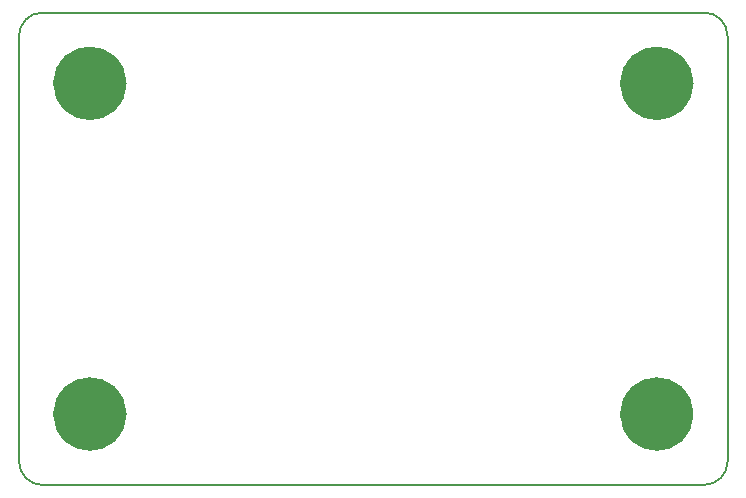
<source format=gm1>
G04 #@! TF.GenerationSoftware,KiCad,Pcbnew,8.0.8*
G04 #@! TF.CreationDate,2025-03-28T18:21:51-07:00*
G04 #@! TF.ProjectId,RCA Radio Telescope,52434120-5261-4646-996f-2054656c6573,1.9*
G04 #@! TF.SameCoordinates,Original*
G04 #@! TF.FileFunction,Profile,NP*
%FSLAX46Y46*%
G04 Gerber Fmt 4.6, Leading zero omitted, Abs format (unit mm)*
G04 Created by KiCad (PCBNEW 8.0.8) date 2025-03-28 18:21:51*
%MOMM*%
%LPD*%
G01*
G04 APERTURE LIST*
G04 #@! TA.AperFunction,Profile*
%ADD10C,3.100000*%
G04 #@! TD*
G04 #@! TA.AperFunction,Profile*
%ADD11C,0.200000*%
G04 #@! TD*
G04 APERTURE END LIST*
D10*
X21550000Y-20000000D02*
G75*
G02*
X18450000Y-20000000I-1550000J0D01*
G01*
X18450000Y-20000000D02*
G75*
G02*
X21550000Y-20000000I1550000J0D01*
G01*
D11*
X72000000Y-14000000D02*
G75*
G02*
X74000000Y-16000000I0J-2000000D01*
G01*
X14000000Y-16000000D02*
G75*
G02*
X16000000Y-14000000I2000000J0D01*
G01*
X16000000Y-14000000D02*
X72000000Y-14000000D01*
X74000000Y-52000000D02*
G75*
G02*
X72000000Y-54000000I-2000000J0D01*
G01*
X74000000Y-16000000D02*
X74000000Y-52000000D01*
D10*
X69550000Y-20000000D02*
G75*
G02*
X66450000Y-20000000I-1550000J0D01*
G01*
X66450000Y-20000000D02*
G75*
G02*
X69550000Y-20000000I1550000J0D01*
G01*
X69550000Y-48000000D02*
G75*
G02*
X66450000Y-48000000I-1550000J0D01*
G01*
X66450000Y-48000000D02*
G75*
G02*
X69550000Y-48000000I1550000J0D01*
G01*
D11*
X16000000Y-54000000D02*
G75*
G02*
X14000000Y-52000000I0J2000000D01*
G01*
X72000000Y-54000000D02*
X16000000Y-54000000D01*
D10*
X21550000Y-48000000D02*
G75*
G02*
X18450000Y-48000000I-1550000J0D01*
G01*
X18450000Y-48000000D02*
G75*
G02*
X21550000Y-48000000I1550000J0D01*
G01*
D11*
X14000000Y-52000000D02*
X14000000Y-16000000D01*
M02*

</source>
